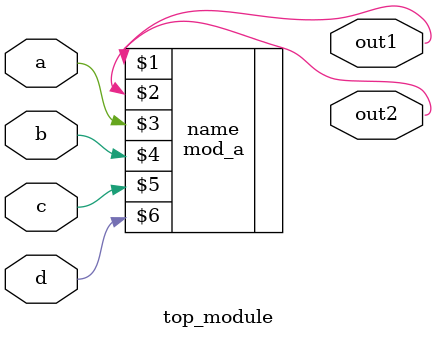
<source format=v>
module top_module ( 
    input a, 
    input b, 
    input c,
    input d,
    output out1,
    output out2
);
mod_a name(out1,out2,a,b,c,d);
endmodule

</source>
